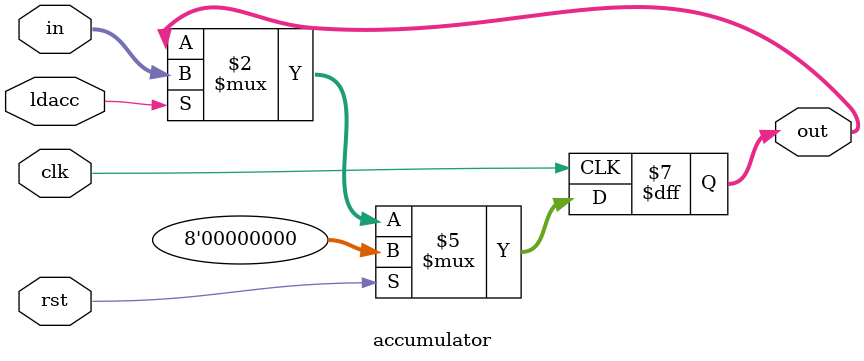
<source format=v>
`timescale 1ns / 1ps

module accumulator(clk, rst, ldacc, in, out);
input clk, rst;
input ldacc;
input [7:0] in;
output reg [7:0] out;

always @(negedge clk)
if (rst)    out <= 8'd0;
else if(ldacc)  out <= in;

endmodule

</source>
